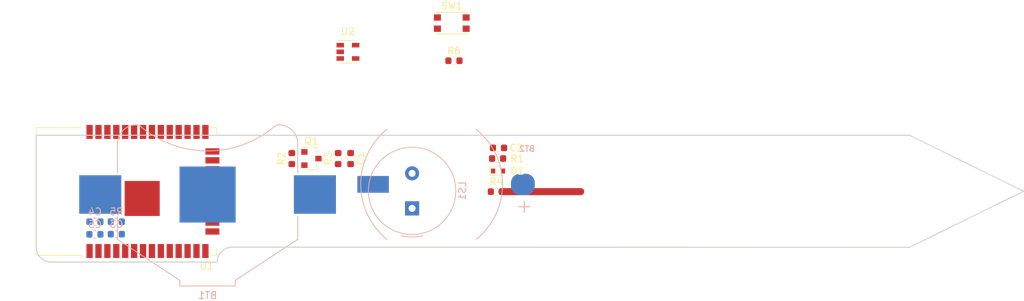
<source format=kicad_pcb>
(kicad_pcb (version 20171130) (host pcbnew "(5.1.4)-1")

  (general
    (thickness 1.6)
    (drawings 10)
    (tracks 1)
    (zones 0)
    (modules 19)
    (nets 12)
  )

  (page A4)
  (layers
    (0 F.Cu signal)
    (31 B.Cu signal)
    (32 B.Adhes user hide)
    (33 F.Adhes user hide)
    (34 B.Paste user hide)
    (35 F.Paste user hide)
    (36 B.SilkS user)
    (37 F.SilkS user)
    (38 B.Mask user hide)
    (39 F.Mask user hide)
    (40 Dwgs.User user hide)
    (41 Cmts.User user hide)
    (42 Eco1.User user hide)
    (43 Eco2.User user hide)
    (44 Edge.Cuts user)
    (45 Margin user hide)
    (46 B.CrtYd user hide)
    (47 F.CrtYd user hide)
    (48 B.Fab user hide)
    (49 F.Fab user hide)
  )

  (setup
    (last_trace_width 0.25)
    (trace_clearance 0.2)
    (zone_clearance 0.254)
    (zone_45_only no)
    (trace_min 0.2)
    (via_size 0.8)
    (via_drill 0.4)
    (via_min_size 0.4)
    (via_min_drill 0.3)
    (uvia_size 0.3)
    (uvia_drill 0.1)
    (uvias_allowed no)
    (uvia_min_size 0.2)
    (uvia_min_drill 0.1)
    (edge_width 0.05)
    (segment_width 0.2)
    (pcb_text_width 0.3)
    (pcb_text_size 1.5 1.5)
    (mod_edge_width 0.12)
    (mod_text_size 1 1)
    (mod_text_width 0.15)
    (pad_size 1.524 1.524)
    (pad_drill 0.762)
    (pad_to_mask_clearance 0.051)
    (solder_mask_min_width 0.25)
    (aux_axis_origin 0 0)
    (visible_elements 7FFFF7FF)
    (pcbplotparams
      (layerselection 0x010fc_ffffffff)
      (usegerberextensions false)
      (usegerberattributes false)
      (usegerberadvancedattributes false)
      (creategerberjobfile false)
      (excludeedgelayer true)
      (linewidth 0.100000)
      (plotframeref false)
      (viasonmask false)
      (mode 1)
      (useauxorigin false)
      (hpglpennumber 1)
      (hpglpenspeed 20)
      (hpglpendiameter 15.000000)
      (psnegative false)
      (psa4output false)
      (plotreference true)
      (plotvalue true)
      (plotinvisibletext false)
      (padsonsilk false)
      (subtractmaskfromsilk false)
      (outputformat 1)
      (mirror false)
      (drillshape 1)
      (scaleselection 1)
      (outputdirectory ""))
  )

  (net 0 "")
  (net 1 GND)
  (net 2 C_SENSE)
  (net 3 "Net-(LS1-Pad2)")
  (net 4 +3V0)
  (net 5 BUZZER)
  (net 6 "Net-(SW1-Pad2)")
  (net 7 "Net-(SW1-Pad1)")
  (net 8 /C_SENSOR+)
  (net 9 "Net-(BT1-Pad1)")
  (net 10 "Net-(C3-Pad1)")
  (net 11 PWM)

  (net_class Default "This is the default net class."
    (clearance 0.2)
    (trace_width 0.25)
    (via_dia 0.8)
    (via_drill 0.4)
    (uvia_dia 0.3)
    (uvia_drill 0.1)
    (add_net +3V0)
    (add_net /C_SENSOR+)
    (add_net BOOT)
    (add_net BUZZER)
    (add_net C_SENSE)
    (add_net GND)
    (add_net "Net-(BT1-Pad1)")
    (add_net "Net-(BT2-Pad1)")
    (add_net "Net-(BT2-Pad2)")
    (add_net "Net-(C1-Pad1)")
    (add_net "Net-(C3-Pad1)")
    (add_net "Net-(LS1-Pad2)")
    (add_net "Net-(R6-Pad1)")
    (add_net "Net-(R6-Pad2)")
    (add_net "Net-(SW1-Pad1)")
    (add_net "Net-(SW1-Pad2)")
    (add_net "Net-(U1-Pad11)")
    (add_net "Net-(U1-Pad13)")
    (add_net "Net-(U1-Pad14)")
    (add_net "Net-(U1-Pad16)")
    (add_net "Net-(U1-Pad17)")
    (add_net "Net-(U1-Pad18)")
    (add_net "Net-(U1-Pad19)")
    (add_net "Net-(U1-Pad20)")
    (add_net "Net-(U1-Pad21)")
    (add_net "Net-(U1-Pad22)")
    (add_net "Net-(U1-Pad23)")
    (add_net "Net-(U1-Pad24)")
    (add_net "Net-(U1-Pad26)")
    (add_net "Net-(U1-Pad27)")
    (add_net "Net-(U1-Pad28)")
    (add_net "Net-(U1-Pad29)")
    (add_net "Net-(U1-Pad30)")
    (add_net "Net-(U1-Pad31)")
    (add_net "Net-(U1-Pad32)")
    (add_net "Net-(U1-Pad33)")
    (add_net "Net-(U1-Pad36)")
    (add_net "Net-(U1-Pad37)")
    (add_net "Net-(U1-Pad4)")
    (add_net "Net-(U1-Pad5)")
    (add_net "Net-(U1-Pad6)")
    (add_net "Net-(U1-Pad7)")
    (add_net "Net-(U1-Pad9)")
    (add_net "Net-(U2-Pad1)")
    (add_net "Net-(U2-Pad3)")
    (add_net "Net-(U2-Pad4)")
    (add_net "Net-(U2-Pad5)")
    (add_net PWM)
    (add_net RXD)
    (add_net TXD)
  )

  (module Package_TO_SOT_SMD:SOT-23-5 (layer F.Cu) (tedit 5A02FF57) (tstamp 5FB97C47)
    (at 122.936 85.09)
    (descr "5-pin SOT23 package")
    (tags SOT-23-5)
    (path /5FBB8C0E)
    (attr smd)
    (fp_text reference U2 (at 0 -2.9) (layer F.SilkS)
      (effects (font (size 1 1) (thickness 0.15)))
    )
    (fp_text value HT7830 (at 0 2.9) (layer F.Fab)
      (effects (font (size 1 1) (thickness 0.15)))
    )
    (fp_line (start 0.9 -1.55) (end 0.9 1.55) (layer F.Fab) (width 0.1))
    (fp_line (start 0.9 1.55) (end -0.9 1.55) (layer F.Fab) (width 0.1))
    (fp_line (start -0.9 -0.9) (end -0.9 1.55) (layer F.Fab) (width 0.1))
    (fp_line (start 0.9 -1.55) (end -0.25 -1.55) (layer F.Fab) (width 0.1))
    (fp_line (start -0.9 -0.9) (end -0.25 -1.55) (layer F.Fab) (width 0.1))
    (fp_line (start -1.9 1.8) (end -1.9 -1.8) (layer F.CrtYd) (width 0.05))
    (fp_line (start 1.9 1.8) (end -1.9 1.8) (layer F.CrtYd) (width 0.05))
    (fp_line (start 1.9 -1.8) (end 1.9 1.8) (layer F.CrtYd) (width 0.05))
    (fp_line (start -1.9 -1.8) (end 1.9 -1.8) (layer F.CrtYd) (width 0.05))
    (fp_line (start 0.9 -1.61) (end -1.55 -1.61) (layer F.SilkS) (width 0.12))
    (fp_line (start -0.9 1.61) (end 0.9 1.61) (layer F.SilkS) (width 0.12))
    (fp_text user %R (at 0 0 90) (layer F.Fab)
      (effects (font (size 0.5 0.5) (thickness 0.075)))
    )
    (pad 5 smd rect (at 1.1 -0.95) (size 1.06 0.65) (layers F.Cu F.Paste F.Mask))
    (pad 4 smd rect (at 1.1 0.95) (size 1.06 0.65) (layers F.Cu F.Paste F.Mask))
    (pad 3 smd rect (at -1.1 0.95) (size 1.06 0.65) (layers F.Cu F.Paste F.Mask))
    (pad 2 smd rect (at -1.1 0) (size 1.06 0.65) (layers F.Cu F.Paste F.Mask)
      (net 1 GND))
    (pad 1 smd rect (at -1.1 -0.95) (size 1.06 0.65) (layers F.Cu F.Paste F.Mask))
    (model ${KISYS3DMOD}/Package_TO_SOT_SMD.3dshapes/SOT-23-5.wrl
      (at (xyz 0 0 0))
      (scale (xyz 1 1 1))
      (rotate (xyz 0 0 0))
    )
  )

  (module Resistor_SMD:R_0603_1608Metric (layer B.Cu) (tedit 5B301BBD) (tstamp 5FB94C67)
    (at 89.916 109.347 180)
    (descr "Resistor SMD 0603 (1608 Metric), square (rectangular) end terminal, IPC_7351 nominal, (Body size source: http://www.tortai-tech.com/upload/download/2011102023233369053.pdf), generated with kicad-footprint-generator")
    (tags resistor)
    (path /5FB9E4A1)
    (attr smd)
    (fp_text reference R5 (at 0 1.43) (layer B.SilkS)
      (effects (font (size 1 1) (thickness 0.15)) (justify mirror))
    )
    (fp_text value 10K (at 0 -1.43) (layer B.Fab)
      (effects (font (size 1 1) (thickness 0.15)) (justify mirror))
    )
    (fp_text user %R (at 0 0) (layer B.Fab)
      (effects (font (size 0.4 0.4) (thickness 0.06)) (justify mirror))
    )
    (fp_line (start 1.48 -0.73) (end -1.48 -0.73) (layer B.CrtYd) (width 0.05))
    (fp_line (start 1.48 0.73) (end 1.48 -0.73) (layer B.CrtYd) (width 0.05))
    (fp_line (start -1.48 0.73) (end 1.48 0.73) (layer B.CrtYd) (width 0.05))
    (fp_line (start -1.48 -0.73) (end -1.48 0.73) (layer B.CrtYd) (width 0.05))
    (fp_line (start -0.162779 -0.51) (end 0.162779 -0.51) (layer B.SilkS) (width 0.12))
    (fp_line (start -0.162779 0.51) (end 0.162779 0.51) (layer B.SilkS) (width 0.12))
    (fp_line (start 0.8 -0.4) (end -0.8 -0.4) (layer B.Fab) (width 0.1))
    (fp_line (start 0.8 0.4) (end 0.8 -0.4) (layer B.Fab) (width 0.1))
    (fp_line (start -0.8 0.4) (end 0.8 0.4) (layer B.Fab) (width 0.1))
    (fp_line (start -0.8 -0.4) (end -0.8 0.4) (layer B.Fab) (width 0.1))
    (pad 2 smd roundrect (at 0.7875 0 180) (size 0.875 0.95) (layers B.Cu B.Paste B.Mask) (roundrect_rratio 0.25)
      (net 4 +3V0))
    (pad 1 smd roundrect (at -0.7875 0 180) (size 0.875 0.95) (layers B.Cu B.Paste B.Mask) (roundrect_rratio 0.25)
      (net 10 "Net-(C3-Pad1)"))
    (model ${KISYS3DMOD}/Resistor_SMD.3dshapes/R_0603_1608Metric.wrl
      (at (xyz 0 0 0))
      (scale (xyz 1 1 1))
      (rotate (xyz 0 0 0))
    )
  )

  (module Capacitor_SMD:C_0603_1608Metric (layer B.Cu) (tedit 5B301BBE) (tstamp 5FB94B68)
    (at 86.868 111.1504 180)
    (descr "Capacitor SMD 0603 (1608 Metric), square (rectangular) end terminal, IPC_7351 nominal, (Body size source: http://www.tortai-tech.com/upload/download/2011102023233369053.pdf), generated with kicad-footprint-generator")
    (tags capacitor)
    (path /5FB97F7D)
    (attr smd)
    (fp_text reference C5 (at 0 1.43) (layer B.SilkS)
      (effects (font (size 1 1) (thickness 0.15)) (justify mirror))
    )
    (fp_text value 10u (at 0 -1.43) (layer B.Fab)
      (effects (font (size 1 1) (thickness 0.15)) (justify mirror))
    )
    (fp_text user %R (at 0 0) (layer B.Fab)
      (effects (font (size 0.4 0.4) (thickness 0.06)) (justify mirror))
    )
    (fp_line (start 1.48 -0.73) (end -1.48 -0.73) (layer B.CrtYd) (width 0.05))
    (fp_line (start 1.48 0.73) (end 1.48 -0.73) (layer B.CrtYd) (width 0.05))
    (fp_line (start -1.48 0.73) (end 1.48 0.73) (layer B.CrtYd) (width 0.05))
    (fp_line (start -1.48 -0.73) (end -1.48 0.73) (layer B.CrtYd) (width 0.05))
    (fp_line (start -0.162779 -0.51) (end 0.162779 -0.51) (layer B.SilkS) (width 0.12))
    (fp_line (start -0.162779 0.51) (end 0.162779 0.51) (layer B.SilkS) (width 0.12))
    (fp_line (start 0.8 -0.4) (end -0.8 -0.4) (layer B.Fab) (width 0.1))
    (fp_line (start 0.8 0.4) (end 0.8 -0.4) (layer B.Fab) (width 0.1))
    (fp_line (start -0.8 0.4) (end 0.8 0.4) (layer B.Fab) (width 0.1))
    (fp_line (start -0.8 -0.4) (end -0.8 0.4) (layer B.Fab) (width 0.1))
    (pad 2 smd roundrect (at 0.7875 0 180) (size 0.875 0.95) (layers B.Cu B.Paste B.Mask) (roundrect_rratio 0.25)
      (net 1 GND))
    (pad 1 smd roundrect (at -0.7875 0 180) (size 0.875 0.95) (layers B.Cu B.Paste B.Mask) (roundrect_rratio 0.25)
      (net 4 +3V0))
    (model ${KISYS3DMOD}/Capacitor_SMD.3dshapes/C_0603_1608Metric.wrl
      (at (xyz 0 0 0))
      (scale (xyz 1 1 1))
      (rotate (xyz 0 0 0))
    )
  )

  (module Capacitor_SMD:C_0603_1608Metric (layer B.Cu) (tedit 5B301BBE) (tstamp 5FB94B57)
    (at 86.868 109.347 180)
    (descr "Capacitor SMD 0603 (1608 Metric), square (rectangular) end terminal, IPC_7351 nominal, (Body size source: http://www.tortai-tech.com/upload/download/2011102023233369053.pdf), generated with kicad-footprint-generator")
    (tags capacitor)
    (path /5FB9837C)
    (attr smd)
    (fp_text reference C4 (at 0 1.43) (layer B.SilkS)
      (effects (font (size 1 1) (thickness 0.15)) (justify mirror))
    )
    (fp_text value 100n (at 0 -1.43) (layer B.Fab)
      (effects (font (size 1 1) (thickness 0.15)) (justify mirror))
    )
    (fp_text user %R (at 0 0) (layer B.Fab)
      (effects (font (size 0.4 0.4) (thickness 0.06)) (justify mirror))
    )
    (fp_line (start 1.48 -0.73) (end -1.48 -0.73) (layer B.CrtYd) (width 0.05))
    (fp_line (start 1.48 0.73) (end 1.48 -0.73) (layer B.CrtYd) (width 0.05))
    (fp_line (start -1.48 0.73) (end 1.48 0.73) (layer B.CrtYd) (width 0.05))
    (fp_line (start -1.48 -0.73) (end -1.48 0.73) (layer B.CrtYd) (width 0.05))
    (fp_line (start -0.162779 -0.51) (end 0.162779 -0.51) (layer B.SilkS) (width 0.12))
    (fp_line (start -0.162779 0.51) (end 0.162779 0.51) (layer B.SilkS) (width 0.12))
    (fp_line (start 0.8 -0.4) (end -0.8 -0.4) (layer B.Fab) (width 0.1))
    (fp_line (start 0.8 0.4) (end 0.8 -0.4) (layer B.Fab) (width 0.1))
    (fp_line (start -0.8 0.4) (end 0.8 0.4) (layer B.Fab) (width 0.1))
    (fp_line (start -0.8 -0.4) (end -0.8 0.4) (layer B.Fab) (width 0.1))
    (pad 2 smd roundrect (at 0.7875 0 180) (size 0.875 0.95) (layers B.Cu B.Paste B.Mask) (roundrect_rratio 0.25)
      (net 1 GND))
    (pad 1 smd roundrect (at -0.7875 0 180) (size 0.875 0.95) (layers B.Cu B.Paste B.Mask) (roundrect_rratio 0.25)
      (net 4 +3V0))
    (model ${KISYS3DMOD}/Capacitor_SMD.3dshapes/C_0603_1608Metric.wrl
      (at (xyz 0 0 0))
      (scale (xyz 1 1 1))
      (rotate (xyz 0 0 0))
    )
  )

  (module Capacitor_SMD:C_0603_1608Metric (layer B.Cu) (tedit 5B301BBE) (tstamp 5FB94B46)
    (at 89.916 111.125 180)
    (descr "Capacitor SMD 0603 (1608 Metric), square (rectangular) end terminal, IPC_7351 nominal, (Body size source: http://www.tortai-tech.com/upload/download/2011102023233369053.pdf), generated with kicad-footprint-generator")
    (tags capacitor)
    (path /5FB9FAF9)
    (attr smd)
    (fp_text reference C3 (at 0 1.43) (layer B.SilkS)
      (effects (font (size 1 1) (thickness 0.15)) (justify mirror))
    )
    (fp_text value 100n (at 0 -1.43) (layer B.Fab)
      (effects (font (size 1 1) (thickness 0.15)) (justify mirror))
    )
    (fp_text user %R (at 0 0) (layer B.Fab)
      (effects (font (size 0.4 0.4) (thickness 0.06)) (justify mirror))
    )
    (fp_line (start 1.48 -0.73) (end -1.48 -0.73) (layer B.CrtYd) (width 0.05))
    (fp_line (start 1.48 0.73) (end 1.48 -0.73) (layer B.CrtYd) (width 0.05))
    (fp_line (start -1.48 0.73) (end 1.48 0.73) (layer B.CrtYd) (width 0.05))
    (fp_line (start -1.48 -0.73) (end -1.48 0.73) (layer B.CrtYd) (width 0.05))
    (fp_line (start -0.162779 -0.51) (end 0.162779 -0.51) (layer B.SilkS) (width 0.12))
    (fp_line (start -0.162779 0.51) (end 0.162779 0.51) (layer B.SilkS) (width 0.12))
    (fp_line (start 0.8 -0.4) (end -0.8 -0.4) (layer B.Fab) (width 0.1))
    (fp_line (start 0.8 0.4) (end 0.8 -0.4) (layer B.Fab) (width 0.1))
    (fp_line (start -0.8 0.4) (end 0.8 0.4) (layer B.Fab) (width 0.1))
    (fp_line (start -0.8 -0.4) (end -0.8 0.4) (layer B.Fab) (width 0.1))
    (pad 2 smd roundrect (at 0.7875 0 180) (size 0.875 0.95) (layers B.Cu B.Paste B.Mask) (roundrect_rratio 0.25)
      (net 1 GND))
    (pad 1 smd roundrect (at -0.7875 0 180) (size 0.875 0.95) (layers B.Cu B.Paste B.Mask) (roundrect_rratio 0.25)
      (net 10 "Net-(C3-Pad1)"))
    (model ${KISYS3DMOD}/Capacitor_SMD.3dshapes/C_0603_1608Metric.wrl
      (at (xyz 0 0 0))
      (scale (xyz 1 1 1))
      (rotate (xyz 0 0 0))
    )
  )

  (module Battery:BatteryHolder_Keystone_3008_1x2450 (layer B.Cu) (tedit 58972352) (tstamp 5FB95AFC)
    (at 102.927673 105.466673)
    (descr http://www.keyelco.com/product-pdf.cfm?p=786)
    (tags "Keystone type 3008 coin cell retainer")
    (path /5FBA235A)
    (attr smd)
    (fp_text reference BT1 (at 0 14.4) (layer B.SilkS)
      (effects (font (size 1 1) (thickness 0.15)) (justify mirror))
    )
    (fp_text value LIR2450 (at 0 -14) (layer B.Fab)
      (effects (font (size 1 1) (thickness 0.15)) (justify mirror))
    )
    (fp_line (start -3.8 12.9) (end 3.8 12.9) (layer B.Fab) (width 0.1))
    (fp_line (start 3.8 12.9) (end 3.8 12.2) (layer B.Fab) (width 0.1))
    (fp_line (start -3.8 12.9) (end -3.8 12.2) (layer B.Fab) (width 0.1))
    (fp_line (start -12.7 6.35) (end -12.7 -7.3) (layer B.Fab) (width 0.1))
    (fp_line (start -3.8 12.2) (end -12.7 6.35) (layer B.Fab) (width 0.1))
    (fp_line (start 12.7 6.35) (end 12.7 -7.3) (layer B.Fab) (width 0.1))
    (fp_line (start 3.8 12.2) (end 12.7 6.35) (layer B.Fab) (width 0.1))
    (fp_line (start -12.85 6.4) (end -12.85 3.1) (layer B.SilkS) (width 0.12))
    (fp_line (start -3.95 12.25) (end -12.85 6.4) (layer B.SilkS) (width 0.12))
    (fp_line (start -3.95 13.05) (end -3.95 12.25) (layer B.SilkS) (width 0.12))
    (fp_line (start -3.95 13.05) (end 3.95 13.05) (layer B.SilkS) (width 0.12))
    (fp_line (start 3.95 13.05) (end 3.95 12.25) (layer B.SilkS) (width 0.12))
    (fp_line (start 3.95 12.25) (end 12.85 6.4) (layer B.SilkS) (width 0.12))
    (fp_line (start 12.85 6.4) (end 12.85 3.1) (layer B.SilkS) (width 0.12))
    (fp_line (start -13.35 6.7) (end -13.35 3.25) (layer B.CrtYd) (width 0.05))
    (fp_line (start -13.35 3.25) (end -18.8 3.25) (layer B.CrtYd) (width 0.05))
    (fp_line (start -13.35 -3.25) (end -13.35 -7.3) (layer B.CrtYd) (width 0.05))
    (fp_line (start -18.8 -3.25) (end -13.35 -3.25) (layer B.CrtYd) (width 0.05))
    (fp_line (start -18.8 3.25) (end -18.8 -3.25) (layer B.CrtYd) (width 0.05))
    (fp_line (start -4.45 12.55) (end -13.35 6.7) (layer B.CrtYd) (width 0.05))
    (fp_line (start 13.35 3.25) (end 18.8 3.25) (layer B.CrtYd) (width 0.05))
    (fp_line (start 18.8 3.25) (end 18.8 -3.25) (layer B.CrtYd) (width 0.05))
    (fp_line (start 18.8 -3.25) (end 13.35 -3.25) (layer B.CrtYd) (width 0.05))
    (fp_line (start 13.35 6.7) (end 13.35 3.25) (layer B.CrtYd) (width 0.05))
    (fp_line (start 4.45 12.55) (end 13.35 6.7) (layer B.CrtYd) (width 0.05))
    (fp_line (start -4.45 13.55) (end -4.45 12.55) (layer B.CrtYd) (width 0.05))
    (fp_line (start -4.45 13.55) (end 4.45 13.55) (layer B.CrtYd) (width 0.05))
    (fp_line (start 4.45 13.55) (end 4.45 12.55) (layer B.CrtYd) (width 0.05))
    (fp_circle (center 0 0) (end 12.25 0) (layer Dwgs.User) (width 0.15))
    (fp_arc (start -10.15 -7.25) (end -10.15 -9.8) (angle -90) (layer B.Fab) (width 0.1))
    (fp_arc (start 10.15 -7.25) (end 10.15 -9.8) (angle 90) (layer B.Fab) (width 0.1))
    (fp_line (start 13.35 -3.25) (end 13.35 -7.3) (layer B.CrtYd) (width 0.05))
    (fp_line (start -12.85 -3.1) (end -12.85 -7.3) (layer B.SilkS) (width 0.12))
    (fp_line (start 12.85 -3.1) (end 12.85 -7.3) (layer B.SilkS) (width 0.12))
    (fp_arc (start 10.15 -7.25) (end 10.15 -9.95) (angle 90) (layer B.SilkS) (width 0.12))
    (fp_arc (start -10.15 -7.25) (end -10.15 -9.95) (angle -90) (layer B.SilkS) (width 0.12))
    (fp_arc (start 0 -21) (end -9.6 -9.58) (angle -80) (layer B.Fab) (width 0.1))
    (fp_arc (start -10.15 -9) (end -10.15 -9.8) (angle 45) (layer B.Fab) (width 0.1))
    (fp_arc (start 10.15 -9) (end 10.15 -9.8) (angle -45) (layer B.Fab) (width 0.1))
    (fp_arc (start -10.15 -9) (end -10.15 -9.95) (angle 45) (layer B.SilkS) (width 0.12))
    (fp_arc (start 10.15 -9) (end 10.15 -9.95) (angle -45) (layer B.SilkS) (width 0.12))
    (fp_arc (start 0 -21) (end -9.55 -9.73) (angle -80) (layer B.SilkS) (width 0.12))
    (fp_arc (start -10.15 -7.25) (end -10.15 -10.45) (angle -90) (layer B.CrtYd) (width 0.05))
    (fp_arc (start 10.15 -7.25) (end 10.15 -10.45) (angle 90) (layer B.CrtYd) (width 0.05))
    (fp_arc (start -10.15 -9) (end -10.15 -10.45) (angle 45) (layer B.CrtYd) (width 0.05))
    (fp_arc (start 10.15 -9) (end 10.15 -10.45) (angle -45) (layer B.CrtYd) (width 0.05))
    (fp_arc (start 0 -21) (end -9.15 -10.05) (angle -3.2) (layer B.CrtYd) (width 0.05))
    (fp_arc (start 0 0) (end 0 -12.8) (angle -41.7) (layer B.CrtYd) (width 0.05))
    (fp_arc (start 0 -21) (end 9.15 -10.05) (angle 3.2) (layer B.CrtYd) (width 0.05))
    (fp_arc (start 0 0) (end 0 -12.8) (angle 41.7) (layer B.CrtYd) (width 0.05))
    (fp_text user %R (at 0 0) (layer B.Fab)
      (effects (font (size 1 1) (thickness 0.15)) (justify mirror))
    )
    (pad 2 smd rect (at 0 0) (size 8 8) (layers B.Cu B.Mask)
      (net 1 GND))
    (pad 1 smd rect (at 15.3 0) (size 6 5.5) (layers B.Cu B.Paste B.Mask)
      (net 9 "Net-(BT1-Pad1)"))
    (pad 1 smd rect (at -15.3 0) (size 6 5.5) (layers B.Cu B.Paste B.Mask)
      (net 9 "Net-(BT1-Pad1)"))
    (model ${KISYS3DMOD}/Battery.3dshapes/BatteryHolder_Keystone_3008_1x2450.wrl
      (at (xyz 0 0 0))
      (scale (xyz 1 1 1))
      (rotate (xyz 0 0 0))
    )
  )

  (module custom:BS-8-1 (layer B.Cu) (tedit 5E28B554) (tstamp 5FB95AC2)
    (at 134.874 104.013)
    (descr "CR2032 battery holder")
    (tags "CR2032 battery holder")
    (path /5FBA207C)
    (attr smd)
    (fp_text reference BT2 (at 13.589 -5.08) (layer B.SilkS)
      (effects (font (size 0.8128 0.8128) (thickness 0.1524)) (justify mirror))
    )
    (fp_text value CR2032 (at 14.351 -3.683) (layer B.Fab)
      (effects (font (size 0.8128 0.8128) (thickness 0.1524)) (justify mirror))
    )
    (fp_line (start -6.35 -7.874) (end 6.35 -7.874) (layer F.Paste) (width 0.12))
    (fp_line (start 6.35 7.874) (end -6.35 7.874) (layer F.Paste) (width 0.12))
    (fp_arc (start 0 0) (end 10.16 6.5) (angle 294.7807191) (layer B.CrtYd) (width 0.12))
    (fp_line (start 12.95 -6.5) (end 10.16 -6.5) (layer B.CrtYd) (width 0.12))
    (fp_line (start 12.95 6.5) (end 10.16 6.5) (layer B.CrtYd) (width 0.12))
    (fp_line (start 12.95 6.5) (end 12.95 -6.5) (layer B.CrtYd) (width 0.12))
    (fp_arc (start 0 0) (end -6.35 7.874) (angle 102.2310071) (layer B.SilkS) (width 0.12))
    (fp_arc (start 0 0) (end 6.35 -7.85) (angle 102.1455124) (layer B.SilkS) (width 0.12))
    (fp_text user + (at 13.208 3.048) (layer B.SilkS)
      (effects (font (size 2 2) (thickness 0.15)) (justify mirror))
    )
    (fp_line (start -6.35 -7.85) (end 6.35 -7.85) (layer Dwgs.User) (width 0.12))
    (fp_line (start -6.35 7.85) (end 6.35 7.85) (layer Dwgs.User) (width 0.12))
    (pad 1 smd roundrect (at 11.3 0 270) (size 3.05 3.4) (drill (offset 0 -1.7)) (layers B.Cu B.Paste B.Mask) (roundrect_rratio 0.426))
    (pad 2 smd rect (at -6.1 0) (size 4.5 2.4) (drill (offset -2.25 0)) (layers B.Cu B.Paste B.Mask))
  )

  (module RF_Module:ESP32-WROOM-32 (layer F.Cu) (tedit 5B5B4654) (tstamp 5FB9567C)
    (at 94.361 105.029 90)
    (descr "Single 2.4 GHz Wi-Fi and Bluetooth combo chip https://www.espressif.com/sites/default/files/documentation/esp32-wroom-32_datasheet_en.pdf")
    (tags "Single 2.4 GHz Wi-Fi and Bluetooth combo  chip")
    (path /5FB92272)
    (attr smd)
    (fp_text reference U1 (at -10.61 8.43) (layer F.SilkS)
      (effects (font (size 1 1) (thickness 0.15)))
    )
    (fp_text value ESP32-WROOM-32 (at 0 11.5 90) (layer F.Fab)
      (effects (font (size 1 1) (thickness 0.15)))
    )
    (fp_line (start -9.12 -9.445) (end -9.5 -9.445) (layer F.SilkS) (width 0.12))
    (fp_line (start -9.12 -15.865) (end -9.12 -9.445) (layer F.SilkS) (width 0.12))
    (fp_line (start 9.12 -15.865) (end 9.12 -9.445) (layer F.SilkS) (width 0.12))
    (fp_line (start -9.12 -15.865) (end 9.12 -15.865) (layer F.SilkS) (width 0.12))
    (fp_line (start 9.12 9.88) (end 8.12 9.88) (layer F.SilkS) (width 0.12))
    (fp_line (start 9.12 9.1) (end 9.12 9.88) (layer F.SilkS) (width 0.12))
    (fp_line (start -9.12 9.88) (end -8.12 9.88) (layer F.SilkS) (width 0.12))
    (fp_line (start -9.12 9.1) (end -9.12 9.88) (layer F.SilkS) (width 0.12))
    (fp_line (start 8.4 -20.6) (end 8.2 -20.4) (layer Cmts.User) (width 0.1))
    (fp_line (start 8.4 -16) (end 8.4 -20.6) (layer Cmts.User) (width 0.1))
    (fp_line (start 8.4 -20.6) (end 8.6 -20.4) (layer Cmts.User) (width 0.1))
    (fp_line (start 8.4 -16) (end 8.6 -16.2) (layer Cmts.User) (width 0.1))
    (fp_line (start 8.4 -16) (end 8.2 -16.2) (layer Cmts.User) (width 0.1))
    (fp_line (start -9.2 -13.875) (end -9.4 -14.075) (layer Cmts.User) (width 0.1))
    (fp_line (start -13.8 -13.875) (end -9.2 -13.875) (layer Cmts.User) (width 0.1))
    (fp_line (start -9.2 -13.875) (end -9.4 -13.675) (layer Cmts.User) (width 0.1))
    (fp_line (start -13.8 -13.875) (end -13.6 -13.675) (layer Cmts.User) (width 0.1))
    (fp_line (start -13.8 -13.875) (end -13.6 -14.075) (layer Cmts.User) (width 0.1))
    (fp_line (start 9.2 -13.875) (end 9.4 -13.675) (layer Cmts.User) (width 0.1))
    (fp_line (start 9.2 -13.875) (end 9.4 -14.075) (layer Cmts.User) (width 0.1))
    (fp_line (start 13.8 -13.875) (end 13.6 -13.675) (layer Cmts.User) (width 0.1))
    (fp_line (start 13.8 -13.875) (end 13.6 -14.075) (layer Cmts.User) (width 0.1))
    (fp_line (start 9.2 -13.875) (end 13.8 -13.875) (layer Cmts.User) (width 0.1))
    (fp_line (start 14 -11.585) (end 12 -9.97) (layer Dwgs.User) (width 0.1))
    (fp_line (start 14 -13.2) (end 10 -9.97) (layer Dwgs.User) (width 0.1))
    (fp_line (start 14 -14.815) (end 8 -9.97) (layer Dwgs.User) (width 0.1))
    (fp_line (start 14 -16.43) (end 6 -9.97) (layer Dwgs.User) (width 0.1))
    (fp_line (start 14 -18.045) (end 4 -9.97) (layer Dwgs.User) (width 0.1))
    (fp_line (start 14 -19.66) (end 2 -9.97) (layer Dwgs.User) (width 0.1))
    (fp_line (start 13.475 -20.75) (end 0 -9.97) (layer Dwgs.User) (width 0.1))
    (fp_line (start 11.475 -20.75) (end -2 -9.97) (layer Dwgs.User) (width 0.1))
    (fp_line (start 9.475 -20.75) (end -4 -9.97) (layer Dwgs.User) (width 0.1))
    (fp_line (start 7.475 -20.75) (end -6 -9.97) (layer Dwgs.User) (width 0.1))
    (fp_line (start -8 -9.97) (end 5.475 -20.75) (layer Dwgs.User) (width 0.1))
    (fp_line (start 3.475 -20.75) (end -10 -9.97) (layer Dwgs.User) (width 0.1))
    (fp_line (start 1.475 -20.75) (end -12 -9.97) (layer Dwgs.User) (width 0.1))
    (fp_line (start -0.525 -20.75) (end -14 -9.97) (layer Dwgs.User) (width 0.1))
    (fp_line (start -2.525 -20.75) (end -14 -11.585) (layer Dwgs.User) (width 0.1))
    (fp_line (start -4.525 -20.75) (end -14 -13.2) (layer Dwgs.User) (width 0.1))
    (fp_line (start -6.525 -20.75) (end -14 -14.815) (layer Dwgs.User) (width 0.1))
    (fp_line (start -8.525 -20.75) (end -14 -16.43) (layer Dwgs.User) (width 0.1))
    (fp_line (start -10.525 -20.75) (end -14 -18.045) (layer Dwgs.User) (width 0.1))
    (fp_line (start -12.525 -20.75) (end -14 -19.66) (layer Dwgs.User) (width 0.1))
    (fp_line (start 9.75 -9.72) (end 14.25 -9.72) (layer F.CrtYd) (width 0.05))
    (fp_line (start -14.25 -9.72) (end -9.75 -9.72) (layer F.CrtYd) (width 0.05))
    (fp_line (start 14.25 -21) (end 14.25 -9.72) (layer F.CrtYd) (width 0.05))
    (fp_line (start -14.25 -21) (end -14.25 -9.72) (layer F.CrtYd) (width 0.05))
    (fp_line (start 14 -20.75) (end -14 -20.75) (layer Dwgs.User) (width 0.1))
    (fp_line (start 14 -9.97) (end 14 -20.75) (layer Dwgs.User) (width 0.1))
    (fp_line (start 14 -9.97) (end -14 -9.97) (layer Dwgs.User) (width 0.1))
    (fp_line (start -9 -9.02) (end -8.5 -9.52) (layer F.Fab) (width 0.1))
    (fp_line (start -8.5 -9.52) (end -9 -10.02) (layer F.Fab) (width 0.1))
    (fp_line (start -9 -9.02) (end -9 9.76) (layer F.Fab) (width 0.1))
    (fp_line (start -14.25 -21) (end 14.25 -21) (layer F.CrtYd) (width 0.05))
    (fp_line (start 9.75 -9.72) (end 9.75 10.5) (layer F.CrtYd) (width 0.05))
    (fp_line (start -9.75 10.5) (end 9.75 10.5) (layer F.CrtYd) (width 0.05))
    (fp_line (start -9.75 10.5) (end -9.75 -9.72) (layer F.CrtYd) (width 0.05))
    (fp_line (start -9 -15.745) (end 9 -15.745) (layer F.Fab) (width 0.1))
    (fp_line (start -9 -15.745) (end -9 -10.02) (layer F.Fab) (width 0.1))
    (fp_line (start -9 9.76) (end 9 9.76) (layer F.Fab) (width 0.1))
    (fp_line (start 9 9.76) (end 9 -15.745) (layer F.Fab) (width 0.1))
    (fp_line (start -14 -9.97) (end -14 -20.75) (layer Dwgs.User) (width 0.1))
    (fp_text user "5 mm" (at 7.8 -19.075) (layer Cmts.User)
      (effects (font (size 0.5 0.5) (thickness 0.1)))
    )
    (fp_text user "5 mm" (at -11.2 -14.375 90) (layer Cmts.User)
      (effects (font (size 0.5 0.5) (thickness 0.1)))
    )
    (fp_text user "5 mm" (at 11.8 -14.375 90) (layer Cmts.User)
      (effects (font (size 0.5 0.5) (thickness 0.1)))
    )
    (fp_text user Antenna (at 0 -13 90) (layer Cmts.User)
      (effects (font (size 1 1) (thickness 0.15)))
    )
    (fp_text user "KEEP-OUT ZONE" (at 0 -19 90) (layer Cmts.User)
      (effects (font (size 1 1) (thickness 0.15)))
    )
    (fp_text user %R (at 0 0 90) (layer F.Fab)
      (effects (font (size 1 1) (thickness 0.15)))
    )
    (pad 38 smd rect (at 8.5 -8.255 90) (size 2 0.9) (layers F.Cu F.Paste F.Mask)
      (net 1 GND))
    (pad 37 smd rect (at 8.5 -6.985 90) (size 2 0.9) (layers F.Cu F.Paste F.Mask))
    (pad 36 smd rect (at 8.5 -5.715 90) (size 2 0.9) (layers F.Cu F.Paste F.Mask))
    (pad 35 smd rect (at 8.5 -4.445 90) (size 2 0.9) (layers F.Cu F.Paste F.Mask))
    (pad 34 smd rect (at 8.5 -3.175 90) (size 2 0.9) (layers F.Cu F.Paste F.Mask))
    (pad 33 smd rect (at 8.5 -1.905 90) (size 2 0.9) (layers F.Cu F.Paste F.Mask))
    (pad 32 smd rect (at 8.5 -0.635 90) (size 2 0.9) (layers F.Cu F.Paste F.Mask))
    (pad 31 smd rect (at 8.5 0.635 90) (size 2 0.9) (layers F.Cu F.Paste F.Mask))
    (pad 30 smd rect (at 8.5 1.905 90) (size 2 0.9) (layers F.Cu F.Paste F.Mask))
    (pad 29 smd rect (at 8.5 3.175 90) (size 2 0.9) (layers F.Cu F.Paste F.Mask))
    (pad 28 smd rect (at 8.5 4.445 90) (size 2 0.9) (layers F.Cu F.Paste F.Mask))
    (pad 27 smd rect (at 8.5 5.715 90) (size 2 0.9) (layers F.Cu F.Paste F.Mask))
    (pad 26 smd rect (at 8.5 6.985 90) (size 2 0.9) (layers F.Cu F.Paste F.Mask))
    (pad 25 smd rect (at 8.5 8.255 90) (size 2 0.9) (layers F.Cu F.Paste F.Mask))
    (pad 24 smd rect (at 5.715 9.255 180) (size 2 0.9) (layers F.Cu F.Paste F.Mask))
    (pad 23 smd rect (at 4.445 9.255 180) (size 2 0.9) (layers F.Cu F.Paste F.Mask))
    (pad 22 smd rect (at 3.175 9.255 180) (size 2 0.9) (layers F.Cu F.Paste F.Mask))
    (pad 21 smd rect (at 1.905 9.255 180) (size 2 0.9) (layers F.Cu F.Paste F.Mask))
    (pad 20 smd rect (at 0.635 9.255 180) (size 2 0.9) (layers F.Cu F.Paste F.Mask))
    (pad 19 smd rect (at -0.635 9.255 180) (size 2 0.9) (layers F.Cu F.Paste F.Mask))
    (pad 18 smd rect (at -1.905 9.255 180) (size 2 0.9) (layers F.Cu F.Paste F.Mask))
    (pad 17 smd rect (at -3.175 9.255 180) (size 2 0.9) (layers F.Cu F.Paste F.Mask))
    (pad 16 smd rect (at -4.445 9.255 180) (size 2 0.9) (layers F.Cu F.Paste F.Mask))
    (pad 15 smd rect (at -5.715 9.255 180) (size 2 0.9) (layers F.Cu F.Paste F.Mask)
      (net 1 GND))
    (pad 14 smd rect (at -8.5 8.255 90) (size 2 0.9) (layers F.Cu F.Paste F.Mask))
    (pad 13 smd rect (at -8.5 6.985 90) (size 2 0.9) (layers F.Cu F.Paste F.Mask))
    (pad 12 smd rect (at -8.5 5.715 90) (size 2 0.9) (layers F.Cu F.Paste F.Mask)
      (net 11 PWM))
    (pad 11 smd rect (at -8.5 4.445 90) (size 2 0.9) (layers F.Cu F.Paste F.Mask))
    (pad 10 smd rect (at -8.5 3.175 90) (size 2 0.9) (layers F.Cu F.Paste F.Mask)
      (net 5 BUZZER))
    (pad 9 smd rect (at -8.5 1.905 90) (size 2 0.9) (layers F.Cu F.Paste F.Mask))
    (pad 8 smd rect (at -8.5 0.635 90) (size 2 0.9) (layers F.Cu F.Paste F.Mask)
      (net 2 C_SENSE))
    (pad 7 smd rect (at -8.5 -0.635 90) (size 2 0.9) (layers F.Cu F.Paste F.Mask))
    (pad 6 smd rect (at -8.5 -1.905 90) (size 2 0.9) (layers F.Cu F.Paste F.Mask))
    (pad 5 smd rect (at -8.5 -3.175 90) (size 2 0.9) (layers F.Cu F.Paste F.Mask))
    (pad 4 smd rect (at -8.5 -4.445 90) (size 2 0.9) (layers F.Cu F.Paste F.Mask))
    (pad 3 smd rect (at -8.5 -5.715 90) (size 2 0.9) (layers F.Cu F.Paste F.Mask)
      (net 10 "Net-(C3-Pad1)"))
    (pad 2 smd rect (at -8.5 -6.985 90) (size 2 0.9) (layers F.Cu F.Paste F.Mask)
      (net 4 +3V0))
    (pad 1 smd rect (at -8.5 -8.255 90) (size 2 0.9) (layers F.Cu F.Paste F.Mask)
      (net 1 GND))
    (pad 39 smd rect (at -1 -0.755 90) (size 5 5) (layers F.Cu F.Paste F.Mask))
    (model ${KISYS3DMOD}/RF_Module.3dshapes/ESP32-WROOM-32.wrl
      (at (xyz 0 0 0))
      (scale (xyz 1 1 1))
      (rotate (xyz 0 0 0))
    )
  )

  (module SamacSys_Parts:SW_Push_1P1T_NO_CK_KMR2 (layer F.Cu) (tedit 5D11D9F0) (tstamp 5FB95F61)
    (at 137.7405 80.9871)
    (descr "CK components KMR2 tactile switch http://www.ckswitches.com/media/1479/kmr2.pdf")
    (tags "tactile switch kmr2")
    (path /5FBA8827)
    (attr smd)
    (fp_text reference SW1 (at 0 -2.45) (layer F.SilkS)
      (effects (font (size 1 1) (thickness 0.15)))
    )
    (fp_text value SW_Push_KMR2 (at 0 2.55) (layer F.Fab)
      (effects (font (size 1 1) (thickness 0.15)))
    )
    (fp_line (start -2.2 0.05) (end -2.2 -0.05) (layer F.SilkS) (width 0.12))
    (fp_line (start 2.2 -1.55) (end -2.2 -1.55) (layer F.SilkS) (width 0.12))
    (fp_line (start -2.2 1.55) (end 2.2 1.55) (layer F.SilkS) (width 0.12))
    (fp_circle (center 0 0) (end 0 0.8) (layer F.Fab) (width 0.1))
    (fp_line (start -2.8 1.8) (end -2.8 -1.8) (layer F.CrtYd) (width 0.05))
    (fp_line (start 2.8 1.8) (end -2.8 1.8) (layer F.CrtYd) (width 0.05))
    (fp_line (start 2.8 -1.8) (end 2.8 1.8) (layer F.CrtYd) (width 0.05))
    (fp_line (start -2.8 -1.8) (end 2.8 -1.8) (layer F.CrtYd) (width 0.05))
    (fp_line (start 2.2 0.05) (end 2.2 -0.05) (layer F.SilkS) (width 0.12))
    (fp_line (start -2.1 1.4) (end -2.1 -1.4) (layer F.Fab) (width 0.1))
    (fp_line (start 2.1 1.4) (end -2.1 1.4) (layer F.Fab) (width 0.1))
    (fp_line (start 2.1 -1.4) (end 2.1 1.4) (layer F.Fab) (width 0.1))
    (fp_line (start -2.1 -1.4) (end 2.1 -1.4) (layer F.Fab) (width 0.1))
    (fp_text user %R (at 0 -2.45) (layer F.Fab)
      (effects (font (size 1 1) (thickness 0.15)))
    )
    (pad 2 smd rect (at 2.05 0.8 90) (size 0.9 1) (layers F.Cu F.Paste F.Mask)
      (net 6 "Net-(SW1-Pad2)"))
    (pad 1 smd rect (at 2.05 -0.8 90) (size 0.9 1) (layers F.Cu F.Paste F.Mask)
      (net 7 "Net-(SW1-Pad1)"))
    (pad 2 smd rect (at -2.05 0.8 90) (size 0.9 1) (layers F.Cu F.Paste F.Mask)
      (net 6 "Net-(SW1-Pad2)"))
    (pad 1 smd rect (at -2.05 -0.8 90) (size 0.9 1) (layers F.Cu F.Paste F.Mask)
      (net 7 "Net-(SW1-Pad1)"))
    (model ${MOUSER}/KMR231GLFS.step
      (at (xyz 0 0 0))
      (scale (xyz 1 1 1))
      (rotate (xyz -90 0 0))
    )
  )

  (module Resistor_SMD:R_0603_1608Metric (layer F.Cu) (tedit 5B301BBD) (tstamp 5FB932E3)
    (at 138.049 86.36)
    (descr "Resistor SMD 0603 (1608 Metric), square (rectangular) end terminal, IPC_7351 nominal, (Body size source: http://www.tortai-tech.com/upload/download/2011102023233369053.pdf), generated with kicad-footprint-generator")
    (tags resistor)
    (path /5FBA8FBD)
    (attr smd)
    (fp_text reference R6 (at 0 -1.43) (layer F.SilkS)
      (effects (font (size 1 1) (thickness 0.15)))
    )
    (fp_text value 10K (at 0 1.43) (layer F.Fab)
      (effects (font (size 1 1) (thickness 0.15)))
    )
    (fp_text user %R (at 0 0) (layer F.Fab)
      (effects (font (size 0.4 0.4) (thickness 0.06)))
    )
    (fp_line (start 1.48 0.73) (end -1.48 0.73) (layer F.CrtYd) (width 0.05))
    (fp_line (start 1.48 -0.73) (end 1.48 0.73) (layer F.CrtYd) (width 0.05))
    (fp_line (start -1.48 -0.73) (end 1.48 -0.73) (layer F.CrtYd) (width 0.05))
    (fp_line (start -1.48 0.73) (end -1.48 -0.73) (layer F.CrtYd) (width 0.05))
    (fp_line (start -0.162779 0.51) (end 0.162779 0.51) (layer F.SilkS) (width 0.12))
    (fp_line (start -0.162779 -0.51) (end 0.162779 -0.51) (layer F.SilkS) (width 0.12))
    (fp_line (start 0.8 0.4) (end -0.8 0.4) (layer F.Fab) (width 0.1))
    (fp_line (start 0.8 -0.4) (end 0.8 0.4) (layer F.Fab) (width 0.1))
    (fp_line (start -0.8 -0.4) (end 0.8 -0.4) (layer F.Fab) (width 0.1))
    (fp_line (start -0.8 0.4) (end -0.8 -0.4) (layer F.Fab) (width 0.1))
    (pad 2 smd roundrect (at 0.7875 0) (size 0.875 0.95) (layers F.Cu F.Paste F.Mask) (roundrect_rratio 0.25))
    (pad 1 smd roundrect (at -0.7875 0) (size 0.875 0.95) (layers F.Cu F.Paste F.Mask) (roundrect_rratio 0.25))
    (model ${KISYS3DMOD}/Resistor_SMD.3dshapes/R_0603_1608Metric.wrl
      (at (xyz 0 0 0))
      (scale (xyz 1 1 1))
      (rotate (xyz 0 0 0))
    )
  )

  (module Resistor_SMD:R_0603_1608Metric (layer F.Cu) (tedit 5B301BBD) (tstamp 5FB9469A)
    (at 144.0941 105.0544)
    (descr "Resistor SMD 0603 (1608 Metric), square (rectangular) end terminal, IPC_7351 nominal, (Body size source: http://www.tortai-tech.com/upload/download/2011102023233369053.pdf), generated with kicad-footprint-generator")
    (tags resistor)
    (path /5FB938A5)
    (attr smd)
    (fp_text reference R4 (at 0 -1.43) (layer F.SilkS)
      (effects (font (size 1 1) (thickness 0.15)))
    )
    (fp_text value 10K (at 0 1.43) (layer F.Fab)
      (effects (font (size 1 1) (thickness 0.15)))
    )
    (fp_text user %R (at 0 0) (layer F.Fab)
      (effects (font (size 0.4 0.4) (thickness 0.06)))
    )
    (fp_line (start 1.48 0.73) (end -1.48 0.73) (layer F.CrtYd) (width 0.05))
    (fp_line (start 1.48 -0.73) (end 1.48 0.73) (layer F.CrtYd) (width 0.05))
    (fp_line (start -1.48 -0.73) (end 1.48 -0.73) (layer F.CrtYd) (width 0.05))
    (fp_line (start -1.48 0.73) (end -1.48 -0.73) (layer F.CrtYd) (width 0.05))
    (fp_line (start -0.162779 0.51) (end 0.162779 0.51) (layer F.SilkS) (width 0.12))
    (fp_line (start -0.162779 -0.51) (end 0.162779 -0.51) (layer F.SilkS) (width 0.12))
    (fp_line (start 0.8 0.4) (end -0.8 0.4) (layer F.Fab) (width 0.1))
    (fp_line (start 0.8 -0.4) (end 0.8 0.4) (layer F.Fab) (width 0.1))
    (fp_line (start -0.8 -0.4) (end 0.8 -0.4) (layer F.Fab) (width 0.1))
    (fp_line (start -0.8 0.4) (end -0.8 -0.4) (layer F.Fab) (width 0.1))
    (pad 2 smd roundrect (at 0.7875 0) (size 0.875 0.95) (layers F.Cu F.Paste F.Mask) (roundrect_rratio 0.25)
      (net 8 /C_SENSOR+))
    (pad 1 smd roundrect (at -0.7875 0) (size 0.875 0.95) (layers F.Cu F.Paste F.Mask) (roundrect_rratio 0.25)
      (net 11 PWM))
    (model ${KISYS3DMOD}/Resistor_SMD.3dshapes/R_0603_1608Metric.wrl
      (at (xyz 0 0 0))
      (scale (xyz 1 1 1))
      (rotate (xyz 0 0 0))
    )
  )

  (module Resistor_SMD:R_0603_1608Metric (layer F.Cu) (tedit 5B301BBD) (tstamp 5FB932C1)
    (at 121.539 100.33 90)
    (descr "Resistor SMD 0603 (1608 Metric), square (rectangular) end terminal, IPC_7351 nominal, (Body size source: http://www.tortai-tech.com/upload/download/2011102023233369053.pdf), generated with kicad-footprint-generator")
    (tags resistor)
    (path /5FB9716E)
    (attr smd)
    (fp_text reference R3 (at 0 -1.43 90) (layer F.SilkS)
      (effects (font (size 1 1) (thickness 0.15)))
    )
    (fp_text value 1K (at 0 1.43 90) (layer F.Fab)
      (effects (font (size 1 1) (thickness 0.15)))
    )
    (fp_text user %R (at 0 0 90) (layer F.Fab)
      (effects (font (size 0.4 0.4) (thickness 0.06)))
    )
    (fp_line (start 1.48 0.73) (end -1.48 0.73) (layer F.CrtYd) (width 0.05))
    (fp_line (start 1.48 -0.73) (end 1.48 0.73) (layer F.CrtYd) (width 0.05))
    (fp_line (start -1.48 -0.73) (end 1.48 -0.73) (layer F.CrtYd) (width 0.05))
    (fp_line (start -1.48 0.73) (end -1.48 -0.73) (layer F.CrtYd) (width 0.05))
    (fp_line (start -0.162779 0.51) (end 0.162779 0.51) (layer F.SilkS) (width 0.12))
    (fp_line (start -0.162779 -0.51) (end 0.162779 -0.51) (layer F.SilkS) (width 0.12))
    (fp_line (start 0.8 0.4) (end -0.8 0.4) (layer F.Fab) (width 0.1))
    (fp_line (start 0.8 -0.4) (end 0.8 0.4) (layer F.Fab) (width 0.1))
    (fp_line (start -0.8 -0.4) (end 0.8 -0.4) (layer F.Fab) (width 0.1))
    (fp_line (start -0.8 0.4) (end -0.8 -0.4) (layer F.Fab) (width 0.1))
    (pad 2 smd roundrect (at 0.7875 0 90) (size 0.875 0.95) (layers F.Cu F.Paste F.Mask) (roundrect_rratio 0.25)
      (net 3 "Net-(LS1-Pad2)"))
    (pad 1 smd roundrect (at -0.7875 0 90) (size 0.875 0.95) (layers F.Cu F.Paste F.Mask) (roundrect_rratio 0.25)
      (net 4 +3V0))
    (model ${KISYS3DMOD}/Resistor_SMD.3dshapes/R_0603_1608Metric.wrl
      (at (xyz 0 0 0))
      (scale (xyz 1 1 1))
      (rotate (xyz 0 0 0))
    )
  )

  (module Resistor_SMD:R_0603_1608Metric (layer F.Cu) (tedit 5B301BBD) (tstamp 5FB932B0)
    (at 114.935 100.33 90)
    (descr "Resistor SMD 0603 (1608 Metric), square (rectangular) end terminal, IPC_7351 nominal, (Body size source: http://www.tortai-tech.com/upload/download/2011102023233369053.pdf), generated with kicad-footprint-generator")
    (tags resistor)
    (path /5FB9D6DF)
    (attr smd)
    (fp_text reference R2 (at 0 -1.43 90) (layer F.SilkS)
      (effects (font (size 1 1) (thickness 0.15)))
    )
    (fp_text value 10K (at 0 1.43 90) (layer F.Fab)
      (effects (font (size 1 1) (thickness 0.15)))
    )
    (fp_text user %R (at 0 0 90) (layer F.Fab)
      (effects (font (size 0.4 0.4) (thickness 0.06)))
    )
    (fp_line (start 1.48 0.73) (end -1.48 0.73) (layer F.CrtYd) (width 0.05))
    (fp_line (start 1.48 -0.73) (end 1.48 0.73) (layer F.CrtYd) (width 0.05))
    (fp_line (start -1.48 -0.73) (end 1.48 -0.73) (layer F.CrtYd) (width 0.05))
    (fp_line (start -1.48 0.73) (end -1.48 -0.73) (layer F.CrtYd) (width 0.05))
    (fp_line (start -0.162779 0.51) (end 0.162779 0.51) (layer F.SilkS) (width 0.12))
    (fp_line (start -0.162779 -0.51) (end 0.162779 -0.51) (layer F.SilkS) (width 0.12))
    (fp_line (start 0.8 0.4) (end -0.8 0.4) (layer F.Fab) (width 0.1))
    (fp_line (start 0.8 -0.4) (end 0.8 0.4) (layer F.Fab) (width 0.1))
    (fp_line (start -0.8 -0.4) (end 0.8 -0.4) (layer F.Fab) (width 0.1))
    (fp_line (start -0.8 0.4) (end -0.8 -0.4) (layer F.Fab) (width 0.1))
    (pad 2 smd roundrect (at 0.7875 0 90) (size 0.875 0.95) (layers F.Cu F.Paste F.Mask) (roundrect_rratio 0.25)
      (net 5 BUZZER))
    (pad 1 smd roundrect (at -0.7875 0 90) (size 0.875 0.95) (layers F.Cu F.Paste F.Mask) (roundrect_rratio 0.25)
      (net 1 GND))
    (model ${KISYS3DMOD}/Resistor_SMD.3dshapes/R_0603_1608Metric.wrl
      (at (xyz 0 0 0))
      (scale (xyz 1 1 1))
      (rotate (xyz 0 0 0))
    )
  )

  (module Resistor_SMD:R_0603_1608Metric (layer F.Cu) (tedit 5B301BBD) (tstamp 5FB9329F)
    (at 144.272 100.33)
    (descr "Resistor SMD 0603 (1608 Metric), square (rectangular) end terminal, IPC_7351 nominal, (Body size source: http://www.tortai-tech.com/upload/download/2011102023233369053.pdf), generated with kicad-footprint-generator")
    (tags resistor)
    (path /5FB94C4D)
    (attr smd)
    (fp_text reference R1 (at 2.794 0) (layer F.SilkS)
      (effects (font (size 1 1) (thickness 0.15)))
    )
    (fp_text value 510K (at 0 1.43) (layer F.Fab)
      (effects (font (size 1 1) (thickness 0.15)))
    )
    (fp_text user %R (at 0 0) (layer F.Fab)
      (effects (font (size 0.4 0.4) (thickness 0.06)))
    )
    (fp_line (start 1.48 0.73) (end -1.48 0.73) (layer F.CrtYd) (width 0.05))
    (fp_line (start 1.48 -0.73) (end 1.48 0.73) (layer F.CrtYd) (width 0.05))
    (fp_line (start -1.48 -0.73) (end 1.48 -0.73) (layer F.CrtYd) (width 0.05))
    (fp_line (start -1.48 0.73) (end -1.48 -0.73) (layer F.CrtYd) (width 0.05))
    (fp_line (start -0.162779 0.51) (end 0.162779 0.51) (layer F.SilkS) (width 0.12))
    (fp_line (start -0.162779 -0.51) (end 0.162779 -0.51) (layer F.SilkS) (width 0.12))
    (fp_line (start 0.8 0.4) (end -0.8 0.4) (layer F.Fab) (width 0.1))
    (fp_line (start 0.8 -0.4) (end 0.8 0.4) (layer F.Fab) (width 0.1))
    (fp_line (start -0.8 -0.4) (end 0.8 -0.4) (layer F.Fab) (width 0.1))
    (fp_line (start -0.8 0.4) (end -0.8 -0.4) (layer F.Fab) (width 0.1))
    (pad 2 smd roundrect (at 0.7875 0) (size 0.875 0.95) (layers F.Cu F.Paste F.Mask) (roundrect_rratio 0.25)
      (net 1 GND))
    (pad 1 smd roundrect (at -0.7875 0) (size 0.875 0.95) (layers F.Cu F.Paste F.Mask) (roundrect_rratio 0.25)
      (net 2 C_SENSE))
    (model ${KISYS3DMOD}/Resistor_SMD.3dshapes/R_0603_1608Metric.wrl
      (at (xyz 0 0 0))
      (scale (xyz 1 1 1))
      (rotate (xyz 0 0 0))
    )
  )

  (module Package_TO_SOT_SMD:SOT-23 (layer F.Cu) (tedit 5A02FF57) (tstamp 5FB9328E)
    (at 117.729 100.33)
    (descr "SOT-23, Standard")
    (tags SOT-23)
    (path /5FB985A8)
    (attr smd)
    (fp_text reference Q1 (at 0 -2.5) (layer F.SilkS)
      (effects (font (size 1 1) (thickness 0.15)))
    )
    (fp_text value " 2N7002P,215" (at 0 2.5) (layer F.Fab)
      (effects (font (size 1 1) (thickness 0.15)))
    )
    (fp_line (start 0.76 1.58) (end -0.7 1.58) (layer F.SilkS) (width 0.12))
    (fp_line (start 0.76 -1.58) (end -1.4 -1.58) (layer F.SilkS) (width 0.12))
    (fp_line (start -1.7 1.75) (end -1.7 -1.75) (layer F.CrtYd) (width 0.05))
    (fp_line (start 1.7 1.75) (end -1.7 1.75) (layer F.CrtYd) (width 0.05))
    (fp_line (start 1.7 -1.75) (end 1.7 1.75) (layer F.CrtYd) (width 0.05))
    (fp_line (start -1.7 -1.75) (end 1.7 -1.75) (layer F.CrtYd) (width 0.05))
    (fp_line (start 0.76 -1.58) (end 0.76 -0.65) (layer F.SilkS) (width 0.12))
    (fp_line (start 0.76 1.58) (end 0.76 0.65) (layer F.SilkS) (width 0.12))
    (fp_line (start -0.7 1.52) (end 0.7 1.52) (layer F.Fab) (width 0.1))
    (fp_line (start 0.7 -1.52) (end 0.7 1.52) (layer F.Fab) (width 0.1))
    (fp_line (start -0.7 -0.95) (end -0.15 -1.52) (layer F.Fab) (width 0.1))
    (fp_line (start -0.15 -1.52) (end 0.7 -1.52) (layer F.Fab) (width 0.1))
    (fp_line (start -0.7 -0.95) (end -0.7 1.5) (layer F.Fab) (width 0.1))
    (fp_text user %R (at 0 0 90) (layer F.Fab)
      (effects (font (size 0.5 0.5) (thickness 0.075)))
    )
    (pad 3 smd rect (at 1 0) (size 0.9 0.8) (layers F.Cu F.Paste F.Mask)
      (net 3 "Net-(LS1-Pad2)"))
    (pad 2 smd rect (at -1 0.95) (size 0.9 0.8) (layers F.Cu F.Paste F.Mask)
      (net 1 GND))
    (pad 1 smd rect (at -1 -0.95) (size 0.9 0.8) (layers F.Cu F.Paste F.Mask)
      (net 5 BUZZER))
    (model ${KISYS3DMOD}/Package_TO_SOT_SMD.3dshapes/SOT-23.wrl
      (at (xyz 0 0 0))
      (scale (xyz 1 1 1))
      (rotate (xyz 0 0 0))
    )
  )

  (module Buzzer_Beeper:Buzzer_TDK_PS1240P02BT_D12.2mm_H6.5mm (layer B.Cu) (tedit 5BF1CB2D) (tstamp 5FB93279)
    (at 132.08 107.442 90)
    (descr "Buzzer, D12.2mm height 6.5mm, https://product.tdk.com/info/en/catalog/datasheets/piezoelectronic_buzzer_ps_en.pdf")
    (tags buzzer)
    (path /5FB96C8C)
    (fp_text reference LS1 (at 2.5 7.17 90) (layer B.SilkS)
      (effects (font (size 1 1) (thickness 0.15)) (justify mirror))
    )
    (fp_text value PS1240P02BT (at 2.5 -7.31 90) (layer B.Fab)
      (effects (font (size 1 1) (thickness 0.15)) (justify mirror))
    )
    (fp_arc (start 2.5 0) (end -3.9 1.5) (angle 26.38121493) (layer B.SilkS) (width 0.12))
    (fp_line (start -1.3 1) (end -1.3 -1) (layer B.Fab) (width 0.1))
    (fp_circle (center 2.5 0) (end 8.73 0) (layer B.SilkS) (width 0.12))
    (fp_circle (center 2.5 0) (end 3.5 0) (layer B.Fab) (width 0.1))
    (fp_circle (center 2.5 0) (end 8.6 0) (layer B.Fab) (width 0.1))
    (fp_circle (center 2.5 0) (end 8.85 0) (layer B.CrtYd) (width 0.05))
    (fp_text user %R (at 2.5 2.43 90) (layer B.Fab)
      (effects (font (size 1 1) (thickness 0.15)) (justify mirror))
    )
    (pad 2 thru_hole circle (at 5 0 90) (size 2 2) (drill 1) (layers *.Cu *.Mask)
      (net 3 "Net-(LS1-Pad2)"))
    (pad 1 thru_hole rect (at 0 0 90) (size 2 2) (drill 1) (layers *.Cu *.Mask)
      (net 4 +3V0))
    (model ${KISYS3DMOD}/Buzzer_Beeper.3dshapes/Buzzer_TDK_PS1240P02BT_D12.2mm_H6.5mm.wrl
      (at (xyz 0 0 0))
      (scale (xyz 1 1 1))
      (rotate (xyz 0 0 0))
    )
  )

  (module Diode_SMD:D_SOD-523 (layer F.Cu) (tedit 586419F0) (tstamp 5FB95EF3)
    (at 144.334 102.108)
    (descr "http://www.diodes.com/datasheets/ap02001.pdf p.144")
    (tags "Diode SOD523")
    (path /5FB950AF)
    (attr smd)
    (fp_text reference D1 (at 2.732 0) (layer F.SilkS)
      (effects (font (size 1 1) (thickness 0.15)))
    )
    (fp_text value RB751S40T1G (at 0 1.4) (layer F.Fab)
      (effects (font (size 1 1) (thickness 0.15)))
    )
    (fp_line (start 0.7 0.6) (end -1.15 0.6) (layer F.SilkS) (width 0.12))
    (fp_line (start 0.7 -0.6) (end -1.15 -0.6) (layer F.SilkS) (width 0.12))
    (fp_line (start 0.65 0.45) (end -0.65 0.45) (layer F.Fab) (width 0.1))
    (fp_line (start -0.65 0.45) (end -0.65 -0.45) (layer F.Fab) (width 0.1))
    (fp_line (start -0.65 -0.45) (end 0.65 -0.45) (layer F.Fab) (width 0.1))
    (fp_line (start 0.65 -0.45) (end 0.65 0.45) (layer F.Fab) (width 0.1))
    (fp_line (start -0.2 0.2) (end -0.2 -0.2) (layer F.Fab) (width 0.1))
    (fp_line (start -0.2 0) (end -0.35 0) (layer F.Fab) (width 0.1))
    (fp_line (start -0.2 0) (end 0.1 0.2) (layer F.Fab) (width 0.1))
    (fp_line (start 0.1 0.2) (end 0.1 -0.2) (layer F.Fab) (width 0.1))
    (fp_line (start 0.1 -0.2) (end -0.2 0) (layer F.Fab) (width 0.1))
    (fp_line (start 0.1 0) (end 0.25 0) (layer F.Fab) (width 0.1))
    (fp_line (start 1.25 0.7) (end -1.25 0.7) (layer F.CrtYd) (width 0.05))
    (fp_line (start -1.25 0.7) (end -1.25 -0.7) (layer F.CrtYd) (width 0.05))
    (fp_line (start -1.25 -0.7) (end 1.25 -0.7) (layer F.CrtYd) (width 0.05))
    (fp_line (start 1.25 -0.7) (end 1.25 0.7) (layer F.CrtYd) (width 0.05))
    (fp_line (start -1.15 -0.6) (end -1.15 0.6) (layer F.SilkS) (width 0.12))
    (fp_text user %R (at 0 -1.3) (layer F.Fab)
      (effects (font (size 1 1) (thickness 0.15)))
    )
    (pad 1 smd rect (at -0.7 0 180) (size 0.6 0.7) (layers F.Cu F.Paste F.Mask)
      (net 2 C_SENSE))
    (pad 2 smd rect (at 0.7 0 180) (size 0.6 0.7) (layers F.Cu F.Paste F.Mask)
      (net 8 /C_SENSOR+))
    (model ${KISYS3DMOD}/Diode_SMD.3dshapes/D_SOD-523.wrl
      (at (xyz 0 0 0))
      (scale (xyz 1 1 1))
      (rotate (xyz 0 0 0))
    )
  )

  (module Capacitor_SMD:C_0603_1608Metric (layer F.Cu) (tedit 5B301BBE) (tstamp 5FB93254)
    (at 123.317 100.33 270)
    (descr "Capacitor SMD 0603 (1608 Metric), square (rectangular) end terminal, IPC_7351 nominal, (Body size source: http://www.tortai-tech.com/upload/download/2011102023233369053.pdf), generated with kicad-footprint-generator")
    (tags capacitor)
    (path /5FB97450)
    (attr smd)
    (fp_text reference C1 (at 0 -1.43 90) (layer F.SilkS)
      (effects (font (size 1 1) (thickness 0.15)))
    )
    (fp_text value 1u (at 0 1.43 90) (layer F.Fab)
      (effects (font (size 1 1) (thickness 0.15)))
    )
    (fp_text user %R (at 0 0 90) (layer F.Fab)
      (effects (font (size 0.4 0.4) (thickness 0.06)))
    )
    (fp_line (start 1.48 0.73) (end -1.48 0.73) (layer F.CrtYd) (width 0.05))
    (fp_line (start 1.48 -0.73) (end 1.48 0.73) (layer F.CrtYd) (width 0.05))
    (fp_line (start -1.48 -0.73) (end 1.48 -0.73) (layer F.CrtYd) (width 0.05))
    (fp_line (start -1.48 0.73) (end -1.48 -0.73) (layer F.CrtYd) (width 0.05))
    (fp_line (start -0.162779 0.51) (end 0.162779 0.51) (layer F.SilkS) (width 0.12))
    (fp_line (start -0.162779 -0.51) (end 0.162779 -0.51) (layer F.SilkS) (width 0.12))
    (fp_line (start 0.8 0.4) (end -0.8 0.4) (layer F.Fab) (width 0.1))
    (fp_line (start 0.8 -0.4) (end 0.8 0.4) (layer F.Fab) (width 0.1))
    (fp_line (start -0.8 -0.4) (end 0.8 -0.4) (layer F.Fab) (width 0.1))
    (fp_line (start -0.8 0.4) (end -0.8 -0.4) (layer F.Fab) (width 0.1))
    (pad 2 smd roundrect (at 0.7875 0 270) (size 0.875 0.95) (layers F.Cu F.Paste F.Mask) (roundrect_rratio 0.25)
      (net 1 GND))
    (pad 1 smd roundrect (at -0.7875 0 270) (size 0.875 0.95) (layers F.Cu F.Paste F.Mask) (roundrect_rratio 0.25))
    (model ${KISYS3DMOD}/Capacitor_SMD.3dshapes/C_0603_1608Metric.wrl
      (at (xyz 0 0 0))
      (scale (xyz 1 1 1))
      (rotate (xyz 0 0 0))
    )
  )

  (module Capacitor_SMD:C_0603_1608Metric (layer F.Cu) (tedit 5B301BBE) (tstamp 5FB93243)
    (at 144.399 98.806)
    (descr "Capacitor SMD 0603 (1608 Metric), square (rectangular) end terminal, IPC_7351 nominal, (Body size source: http://www.tortai-tech.com/upload/download/2011102023233369053.pdf), generated with kicad-footprint-generator")
    (tags capacitor)
    (path /5FB94813)
    (attr smd)
    (fp_text reference C2 (at 2.54 0) (layer F.SilkS)
      (effects (font (size 1 1) (thickness 0.15)))
    )
    (fp_text value 1u (at 0 1.43) (layer F.Fab)
      (effects (font (size 1 1) (thickness 0.15)))
    )
    (fp_text user %R (at 0 0) (layer F.Fab)
      (effects (font (size 0.4 0.4) (thickness 0.06)))
    )
    (fp_line (start 1.48 0.73) (end -1.48 0.73) (layer F.CrtYd) (width 0.05))
    (fp_line (start 1.48 -0.73) (end 1.48 0.73) (layer F.CrtYd) (width 0.05))
    (fp_line (start -1.48 -0.73) (end 1.48 -0.73) (layer F.CrtYd) (width 0.05))
    (fp_line (start -1.48 0.73) (end -1.48 -0.73) (layer F.CrtYd) (width 0.05))
    (fp_line (start -0.162779 0.51) (end 0.162779 0.51) (layer F.SilkS) (width 0.12))
    (fp_line (start -0.162779 -0.51) (end 0.162779 -0.51) (layer F.SilkS) (width 0.12))
    (fp_line (start 0.8 0.4) (end -0.8 0.4) (layer F.Fab) (width 0.1))
    (fp_line (start 0.8 -0.4) (end 0.8 0.4) (layer F.Fab) (width 0.1))
    (fp_line (start -0.8 -0.4) (end 0.8 -0.4) (layer F.Fab) (width 0.1))
    (fp_line (start -0.8 0.4) (end -0.8 -0.4) (layer F.Fab) (width 0.1))
    (pad 2 smd roundrect (at 0.7875 0) (size 0.875 0.95) (layers F.Cu F.Paste F.Mask) (roundrect_rratio 0.25)
      (net 1 GND))
    (pad 1 smd roundrect (at -0.7875 0) (size 0.875 0.95) (layers F.Cu F.Paste F.Mask) (roundrect_rratio 0.25)
      (net 2 C_SENSE))
    (model ${KISYS3DMOD}/Capacitor_SMD.3dshapes/C_0603_1608Metric.wrl
      (at (xyz 0 0 0))
      (scale (xyz 1 1 1))
      (rotate (xyz 0 0 0))
    )
  )

  (gr_arc (start 80.6128 113) (end 78.5 113) (angle -90.2) (layer Edge.Cuts) (width 0.15))
  (gr_circle (center 78.5 113) (end 80.6128 113) (layer Dwgs.User) (width 0.05) (tstamp 5FB9616C))
  (gr_arc (start 106.426 115.1128) (end 106.426 112.9792) (angle -90) (layer Edge.Cuts) (width 0.15))
  (gr_line (start 104.2924 115.1128) (end 80.620175 115.112787) (layer Edge.Cuts) (width 0.15))
  (gr_line (start 80.264 97) (end 203 97) (layer Edge.Cuts) (width 0.15) (tstamp 5FB96066))
  (gr_line (start 78.5 97) (end 80.264 97) (layer Edge.Cuts) (width 0.15))
  (gr_line (start 78.5 113) (end 78.5 97) (layer Edge.Cuts) (width 0.15))
  (gr_line (start 203 113) (end 106.426 112.9792) (layer Edge.Cuts) (width 0.15))
  (gr_line (start 219.25 105) (end 203 113) (layer Edge.Cuts) (width 0.15))
  (gr_line (start 219.25 105) (end 203 97) (layer Edge.Cuts) (width 0.15))

  (segment (start 144.8816 105.0544) (end 156.1084 105.0544) (width 1.016) (layer F.Cu) (net 8))

  (zone (net 8) (net_name /C_SENSOR+) (layer F.Cu) (tstamp 5FB92F20) (hatch edge 0.508)
    (priority 1)
    (connect_pads yes (clearance 1.9))
    (min_thickness 0.254)
    (fill (arc_segments 32) (thermal_gap 0.508) (thermal_bridge_width 0.508) (smoothing fillet))
    (polygon
      (pts
        (xy 152.9461 105.0011) (xy 155.4861 102.4611) (xy 202.4761 102.4611) (xy 205.0161 105.0011) (xy 202.4761 107.5411)
        (xy 155.4861 107.5411)
      )
    )
  )
  (zone (net 1) (net_name GND) (layer F.Cu) (tstamp 0) (hatch edge 0.508)
    (connect_pads yes (clearance 0.254))
    (min_thickness 0.254)
    (fill (arc_segments 32) (thermal_gap 0.508) (thermal_bridge_width 0.508) (smoothing fillet))
    (polygon
      (pts
        (xy 84.455 113.03) (xy 84.455 97.028) (xy 202.946 97.028) (xy 219.202 105.029) (xy 203.073 112.903)
      )
    )
  )
  (zone (net 1) (net_name GND) (layer B.Cu) (tstamp 5FB953DF) (hatch edge 0.508)
    (connect_pads yes (clearance 0.254))
    (min_thickness 0.254)
    (fill (arc_segments 32) (thermal_gap 0.508) (thermal_bridge_width 0.508) (smoothing fillet))
    (polygon
      (pts
        (xy 84.407 96.999) (xy 84.407 113.001) (xy 202.898 113.001) (xy 219.154 105) (xy 203.025 97.126)
      )
    )
  )
)

</source>
